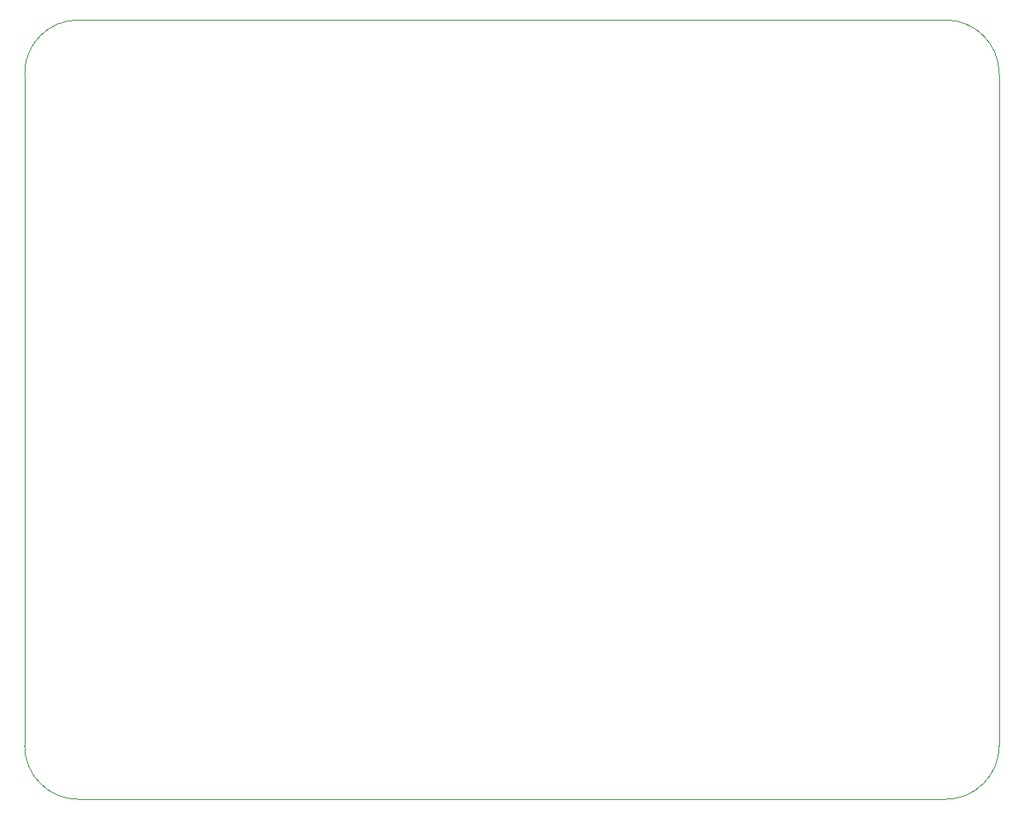
<source format=gbr>
%TF.GenerationSoftware,KiCad,Pcbnew,9.0.3*%
%TF.CreationDate,2025-12-16T09:58:44+01:00*%
%TF.ProjectId,PTP_Dario_Ladovic_project1,5054505f-4461-4726-996f-5f4c61646f76,rev?*%
%TF.SameCoordinates,Original*%
%TF.FileFunction,Profile,NP*%
%FSLAX46Y46*%
G04 Gerber Fmt 4.6, Leading zero omitted, Abs format (unit mm)*
G04 Created by KiCad (PCBNEW 9.0.3) date 2025-12-16 09:58:44*
%MOMM*%
%LPD*%
G01*
G04 APERTURE LIST*
%TA.AperFunction,Profile*%
%ADD10C,0.050000*%
%TD*%
G04 APERTURE END LIST*
D10*
X106500000Y-127000000D02*
G75*
G02*
X101000000Y-121500000I0J5500000D01*
G01*
X195500000Y-47000000D02*
G75*
G02*
X201000000Y-52500000I0J-5500000D01*
G01*
X106500000Y-47000000D02*
X195500000Y-47000000D01*
X101000000Y-52500000D02*
G75*
G02*
X106500000Y-47000000I5500000J0D01*
G01*
X201000000Y-52500000D02*
X201000000Y-121500000D01*
X195500000Y-127000000D02*
X106500000Y-127000000D01*
X101000000Y-121500000D02*
X101000000Y-52500000D01*
X201000000Y-121500000D02*
G75*
G02*
X195500000Y-127000000I-5500000J0D01*
G01*
M02*

</source>
